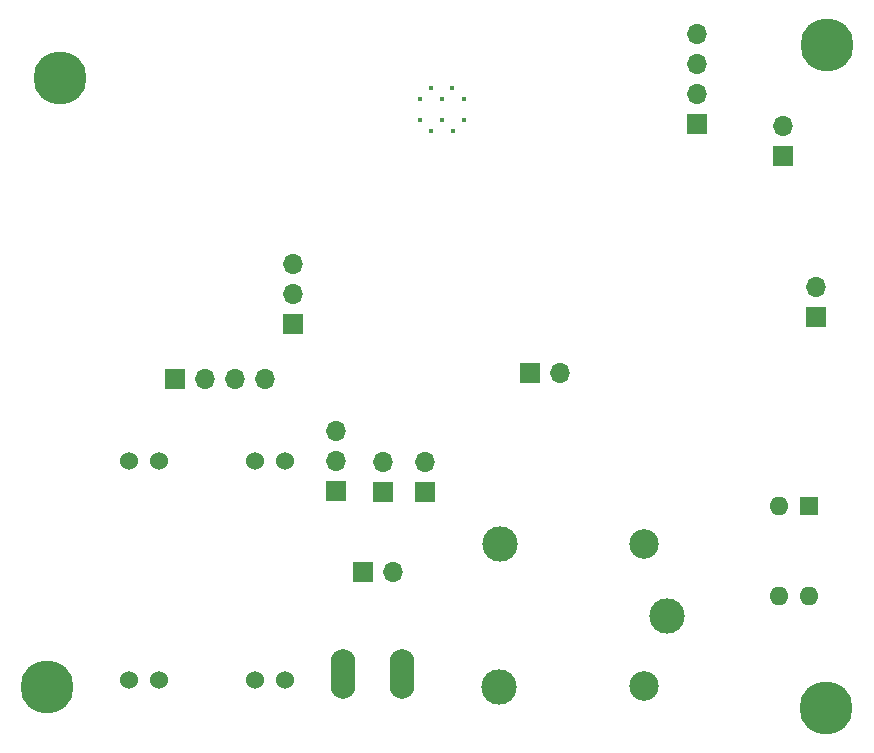
<source format=gbs>
G04 #@! TF.GenerationSoftware,KiCad,Pcbnew,(5.1.9)-1*
G04 #@! TF.CreationDate,2021-04-08T22:43:58+02:00*
G04 #@! TF.ProjectId,autopcb,6175746f-7063-4622-9e6b-696361645f70,rev?*
G04 #@! TF.SameCoordinates,Original*
G04 #@! TF.FileFunction,Soldermask,Bot*
G04 #@! TF.FilePolarity,Negative*
%FSLAX46Y46*%
G04 Gerber Fmt 4.6, Leading zero omitted, Abs format (unit mm)*
G04 Created by KiCad (PCBNEW (5.1.9)-1) date 2021-04-08 22:43:58*
%MOMM*%
%LPD*%
G01*
G04 APERTURE LIST*
%ADD10C,0.400000*%
%ADD11O,1.700000X1.700000*%
%ADD12R,1.700000X1.700000*%
%ADD13C,1.524000*%
%ADD14C,2.500000*%
%ADD15C,3.000000*%
%ADD16R,1.600000X1.600000*%
%ADD17O,1.600000X1.600000*%
%ADD18O,2.098040X4.198620*%
%ADD19C,4.500000*%
G04 APERTURE END LIST*
D10*
X142367000Y-49577500D03*
X143297000Y-50484000D03*
X144211400Y-49569600D03*
X145125800Y-50509400D03*
X146065600Y-49569600D03*
X146065600Y-47740800D03*
X144211400Y-47766200D03*
X142382600Y-47740800D03*
X143297000Y-46801000D03*
X145100400Y-46826400D03*
D11*
X173101000Y-50038000D03*
D12*
X173101000Y-52578000D03*
D13*
X130943200Y-78418640D03*
X128403200Y-78403400D03*
X120265040Y-78418640D03*
X117727580Y-78408480D03*
X117745360Y-96975880D03*
X120287900Y-96958100D03*
X128408280Y-96947940D03*
X130943200Y-96960640D03*
D11*
X165792000Y-42310000D03*
X165792000Y-44850000D03*
X165792000Y-47390000D03*
D12*
X165792000Y-49930000D03*
X151638000Y-70967600D03*
D11*
X154178000Y-70967600D03*
D12*
X131635500Y-66802000D03*
D11*
X131635500Y-64262000D03*
X131635500Y-61722000D03*
D12*
X121615200Y-71475600D03*
D11*
X124155200Y-71475600D03*
X126695200Y-71475600D03*
X129235200Y-71475600D03*
D14*
X161308900Y-85466100D03*
D15*
X149108900Y-85466100D03*
X149058900Y-97516100D03*
D14*
X161308900Y-97466100D03*
D15*
X163258900Y-91516100D03*
D16*
X175278900Y-82226100D03*
D17*
X172738900Y-89846100D03*
X172738900Y-82226100D03*
X175278900Y-89846100D03*
D18*
X135806180Y-96431100D03*
X140804900Y-96431100D03*
D12*
X135273900Y-80956100D03*
D11*
X135273900Y-78416100D03*
X135273900Y-75876100D03*
X139210900Y-78543100D03*
D12*
X139210900Y-81083100D03*
X142766900Y-81083100D03*
D11*
X142766900Y-78543100D03*
D12*
X175920400Y-66243200D03*
D11*
X175920400Y-63703200D03*
D12*
X137502900Y-87795100D03*
D11*
X140042900Y-87795100D03*
D19*
X176784000Y-43180000D03*
X111836200Y-45974000D03*
X176720500Y-99377500D03*
X110807500Y-97536000D03*
M02*

</source>
